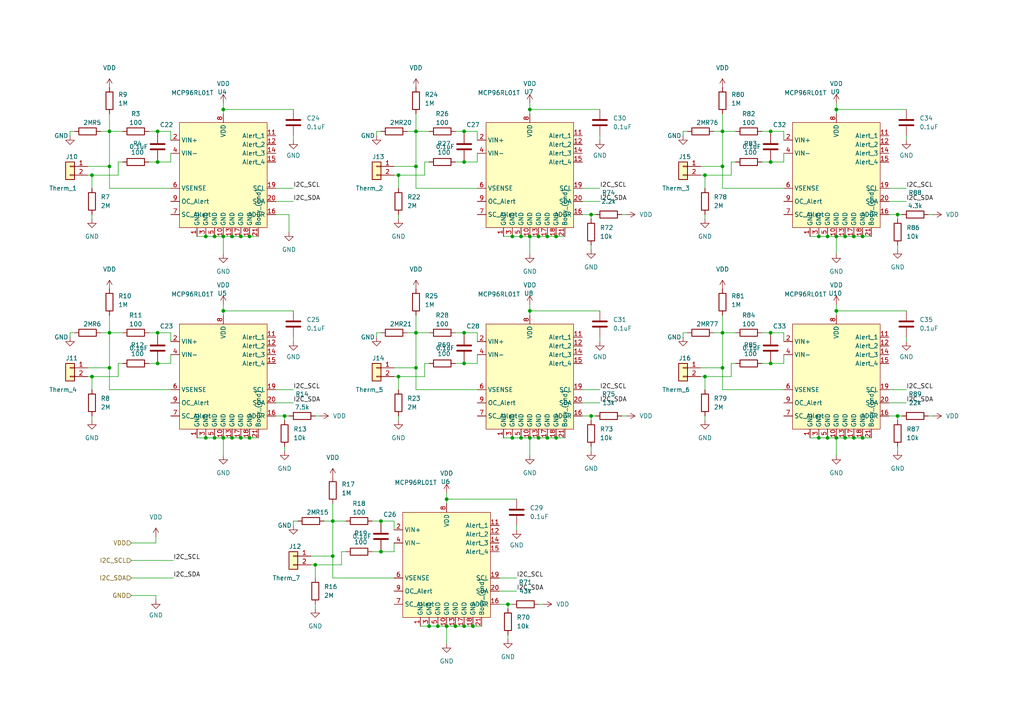
<source format=kicad_sch>
(kicad_sch (version 20210621) (generator eeschema)
  (paper "A4")
  (junction (at 26.67 50.8))
  (junction (at 26.67 109.22))
  (junction (at 31.75 38.1))
  (junction (at 31.75 48.26))
  (junction (at 31.75 96.52))
  (junction (at 31.75 106.68))
  (junction (at 45.72 38.1))
  (junction (at 45.72 46.99))
  (junction (at 45.72 96.52))
  (junction (at 45.72 105.41))
  (junction (at 59.69 68.58))
  (junction (at 59.69 127))
  (junction (at 62.23 68.58))
  (junction (at 62.23 127))
  (junction (at 64.77 31.75))
  (junction (at 64.77 68.58))
  (junction (at 64.77 90.17))
  (junction (at 64.77 127))
  (junction (at 67.31 68.58))
  (junction (at 67.31 127))
  (junction (at 69.85 68.58))
  (junction (at 69.85 127))
  (junction (at 72.39 68.58))
  (junction (at 72.39 127))
  (junction (at 82.55 120.65))
  (junction (at 91.44 163.83))
  (junction (at 96.52 151.13))
  (junction (at 96.52 161.29))
  (junction (at 110.49 151.13))
  (junction (at 110.49 160.02))
  (junction (at 115.57 50.8))
  (junction (at 115.57 109.22))
  (junction (at 120.65 38.1))
  (junction (at 120.65 48.26))
  (junction (at 120.65 96.52))
  (junction (at 120.65 106.68))
  (junction (at 124.46 181.61))
  (junction (at 127 181.61))
  (junction (at 129.54 144.78))
  (junction (at 129.54 181.61))
  (junction (at 132.08 181.61))
  (junction (at 134.62 38.1))
  (junction (at 134.62 46.99))
  (junction (at 134.62 96.52))
  (junction (at 134.62 105.41))
  (junction (at 134.62 181.61))
  (junction (at 137.16 181.61))
  (junction (at 147.32 175.26))
  (junction (at 148.59 68.58))
  (junction (at 148.59 127))
  (junction (at 151.13 68.58))
  (junction (at 151.13 127))
  (junction (at 153.67 31.75))
  (junction (at 153.67 68.58))
  (junction (at 153.67 90.17))
  (junction (at 153.67 127))
  (junction (at 156.21 68.58))
  (junction (at 156.21 127))
  (junction (at 158.75 68.58))
  (junction (at 158.75 127))
  (junction (at 161.29 68.58))
  (junction (at 161.29 127))
  (junction (at 171.45 62.23))
  (junction (at 171.45 120.65))
  (junction (at 204.47 50.8))
  (junction (at 204.47 109.22))
  (junction (at 209.55 38.1))
  (junction (at 209.55 48.26))
  (junction (at 209.55 96.52))
  (junction (at 209.55 106.68))
  (junction (at 223.52 38.1))
  (junction (at 223.52 46.99))
  (junction (at 223.52 96.52))
  (junction (at 223.52 105.41))
  (junction (at 237.49 68.58))
  (junction (at 237.49 127))
  (junction (at 240.03 68.58))
  (junction (at 240.03 127))
  (junction (at 242.57 31.75))
  (junction (at 242.57 68.58))
  (junction (at 242.57 90.17))
  (junction (at 242.57 127))
  (junction (at 245.11 68.58))
  (junction (at 245.11 127))
  (junction (at 247.65 68.58))
  (junction (at 247.65 127))
  (junction (at 250.19 68.58))
  (junction (at 250.19 127))
  (junction (at 260.35 62.23))
  (junction (at 260.35 120.65))
  (wire (pts (xy 20.32 38.1) (xy 21.59 38.1)))
  (wire (pts (xy 20.32 39.37) (xy 20.32 38.1)))
  (wire (pts (xy 20.32 96.52) (xy 21.59 96.52)))
  (wire (pts (xy 20.32 97.79) (xy 20.32 96.52)))
  (wire (pts (xy 25.4 48.26) (xy 31.75 48.26)))
  (wire (pts (xy 25.4 50.8) (xy 26.67 50.8)))
  (wire (pts (xy 25.4 106.68) (xy 31.75 106.68)))
  (wire (pts (xy 25.4 109.22) (xy 26.67 109.22)))
  (wire (pts (xy 26.67 50.8) (xy 26.67 54.61)))
  (wire (pts (xy 26.67 50.8) (xy 34.29 50.8)))
  (wire (pts (xy 26.67 62.23) (xy 26.67 63.5)))
  (wire (pts (xy 26.67 109.22) (xy 26.67 113.03)))
  (wire (pts (xy 26.67 109.22) (xy 34.29 109.22)))
  (wire (pts (xy 26.67 120.65) (xy 26.67 121.92)))
  (wire (pts (xy 29.21 38.1) (xy 31.75 38.1)))
  (wire (pts (xy 29.21 96.52) (xy 31.75 96.52)))
  (wire (pts (xy 31.75 33.02) (xy 31.75 38.1)))
  (wire (pts (xy 31.75 38.1) (xy 35.56 38.1)))
  (wire (pts (xy 31.75 48.26) (xy 31.75 38.1)))
  (wire (pts (xy 31.75 48.26) (xy 31.75 54.61)))
  (wire (pts (xy 31.75 54.61) (xy 49.53 54.61)))
  (wire (pts (xy 31.75 91.44) (xy 31.75 96.52)))
  (wire (pts (xy 31.75 96.52) (xy 35.56 96.52)))
  (wire (pts (xy 31.75 106.68) (xy 31.75 96.52)))
  (wire (pts (xy 31.75 106.68) (xy 31.75 113.03)))
  (wire (pts (xy 31.75 113.03) (xy 49.53 113.03)))
  (wire (pts (xy 34.29 46.99) (xy 34.29 50.8)))
  (wire (pts (xy 34.29 105.41) (xy 34.29 109.22)))
  (wire (pts (xy 35.56 46.99) (xy 34.29 46.99)))
  (wire (pts (xy 35.56 105.41) (xy 34.29 105.41)))
  (wire (pts (xy 38.1 157.48) (xy 45.212 157.48)))
  (wire (pts (xy 38.1 162.56) (xy 50.292 162.56)))
  (wire (pts (xy 38.1 167.64) (xy 50.292 167.64)))
  (wire (pts (xy 38.1 172.72) (xy 45.212 172.72)))
  (wire (pts (xy 43.18 38.1) (xy 45.72 38.1)))
  (wire (pts (xy 43.18 46.99) (xy 45.72 46.99)))
  (wire (pts (xy 43.18 96.52) (xy 45.72 96.52)))
  (wire (pts (xy 43.18 105.41) (xy 45.72 105.41)))
  (wire (pts (xy 45.212 155.702) (xy 45.212 157.48)))
  (wire (pts (xy 45.212 172.72) (xy 45.212 173.99)))
  (wire (pts (xy 45.72 38.1) (xy 49.53 38.1)))
  (wire (pts (xy 45.72 38.735) (xy 45.72 38.1)))
  (wire (pts (xy 45.72 46.355) (xy 45.72 46.99)))
  (wire (pts (xy 45.72 46.99) (xy 49.53 46.99)))
  (wire (pts (xy 45.72 96.52) (xy 49.53 96.52)))
  (wire (pts (xy 45.72 97.155) (xy 45.72 96.52)))
  (wire (pts (xy 45.72 104.775) (xy 45.72 105.41)))
  (wire (pts (xy 45.72 105.41) (xy 49.53 105.41)))
  (wire (pts (xy 49.53 38.1) (xy 49.53 40.64)))
  (wire (pts (xy 49.53 44.45) (xy 49.53 46.99)))
  (wire (pts (xy 49.53 96.52) (xy 49.53 99.06)))
  (wire (pts (xy 49.53 102.87) (xy 49.53 105.41)))
  (wire (pts (xy 57.15 68.58) (xy 59.69 68.58)))
  (wire (pts (xy 57.15 127) (xy 59.69 127)))
  (wire (pts (xy 59.69 68.58) (xy 62.23 68.58)))
  (wire (pts (xy 59.69 127) (xy 62.23 127)))
  (wire (pts (xy 62.23 68.58) (xy 64.77 68.58)))
  (wire (pts (xy 62.23 127) (xy 64.77 127)))
  (wire (pts (xy 64.77 29.972) (xy 64.77 31.75)))
  (wire (pts (xy 64.77 31.75) (xy 64.77 33.02)))
  (wire (pts (xy 64.77 31.75) (xy 85.09 31.75)))
  (wire (pts (xy 64.77 68.58) (xy 64.77 73.66)))
  (wire (pts (xy 64.77 68.58) (xy 67.31 68.58)))
  (wire (pts (xy 64.77 88.392) (xy 64.77 90.17)))
  (wire (pts (xy 64.77 90.17) (xy 64.77 91.44)))
  (wire (pts (xy 64.77 90.17) (xy 85.09 90.17)))
  (wire (pts (xy 64.77 127) (xy 64.77 132.08)))
  (wire (pts (xy 64.77 127) (xy 67.31 127)))
  (wire (pts (xy 67.31 68.58) (xy 69.85 68.58)))
  (wire (pts (xy 67.31 127) (xy 69.85 127)))
  (wire (pts (xy 69.85 68.58) (xy 72.39 68.58)))
  (wire (pts (xy 69.85 127) (xy 72.39 127)))
  (wire (pts (xy 72.39 68.58) (xy 74.93 68.58)))
  (wire (pts (xy 72.39 127) (xy 74.93 127)))
  (wire (pts (xy 80.01 54.61) (xy 85.09 54.61)))
  (wire (pts (xy 80.01 58.42) (xy 85.09 58.42)))
  (wire (pts (xy 80.01 62.23) (xy 83.82 62.23)))
  (wire (pts (xy 80.01 113.03) (xy 85.09 113.03)))
  (wire (pts (xy 80.01 116.84) (xy 85.09 116.84)))
  (wire (pts (xy 80.01 120.65) (xy 82.55 120.65)))
  (wire (pts (xy 82.55 120.65) (xy 82.55 121.92)))
  (wire (pts (xy 82.55 120.65) (xy 83.82 120.65)))
  (wire (pts (xy 82.55 129.54) (xy 82.55 130.81)))
  (wire (pts (xy 83.82 62.23) (xy 83.82 67.31)))
  (wire (pts (xy 85.09 39.37) (xy 85.09 40.64)))
  (wire (pts (xy 85.09 97.79) (xy 85.09 99.06)))
  (wire (pts (xy 85.09 151.13) (xy 86.36 151.13)))
  (wire (pts (xy 85.09 152.4) (xy 85.09 151.13)))
  (wire (pts (xy 90.17 161.29) (xy 96.52 161.29)))
  (wire (pts (xy 90.17 163.83) (xy 91.44 163.83)))
  (wire (pts (xy 91.44 120.65) (xy 92.71 120.65)))
  (wire (pts (xy 91.44 163.83) (xy 91.44 167.64)))
  (wire (pts (xy 91.44 163.83) (xy 99.06 163.83)))
  (wire (pts (xy 91.44 175.26) (xy 91.44 176.53)))
  (wire (pts (xy 93.98 151.13) (xy 96.52 151.13)))
  (wire (pts (xy 96.52 146.05) (xy 96.52 151.13)))
  (wire (pts (xy 96.52 151.13) (xy 100.33 151.13)))
  (wire (pts (xy 96.52 161.29) (xy 96.52 151.13)))
  (wire (pts (xy 96.52 161.29) (xy 96.52 167.64)))
  (wire (pts (xy 96.52 167.64) (xy 114.3 167.64)))
  (wire (pts (xy 99.06 160.02) (xy 99.06 163.83)))
  (wire (pts (xy 100.33 160.02) (xy 99.06 160.02)))
  (wire (pts (xy 107.95 151.13) (xy 110.49 151.13)))
  (wire (pts (xy 107.95 160.02) (xy 110.49 160.02)))
  (wire (pts (xy 109.22 38.1) (xy 110.49 38.1)))
  (wire (pts (xy 109.22 39.37) (xy 109.22 38.1)))
  (wire (pts (xy 109.22 96.52) (xy 110.49 96.52)))
  (wire (pts (xy 109.22 97.79) (xy 109.22 96.52)))
  (wire (pts (xy 110.49 151.13) (xy 114.3 151.13)))
  (wire (pts (xy 110.49 151.765) (xy 110.49 151.13)))
  (wire (pts (xy 110.49 159.385) (xy 110.49 160.02)))
  (wire (pts (xy 110.49 160.02) (xy 114.3 160.02)))
  (wire (pts (xy 114.3 48.26) (xy 120.65 48.26)))
  (wire (pts (xy 114.3 50.8) (xy 115.57 50.8)))
  (wire (pts (xy 114.3 106.68) (xy 120.65 106.68)))
  (wire (pts (xy 114.3 109.22) (xy 115.57 109.22)))
  (wire (pts (xy 114.3 151.13) (xy 114.3 153.67)))
  (wire (pts (xy 114.3 157.48) (xy 114.3 160.02)))
  (wire (pts (xy 115.57 50.8) (xy 115.57 54.61)))
  (wire (pts (xy 115.57 50.8) (xy 123.19 50.8)))
  (wire (pts (xy 115.57 62.23) (xy 115.57 63.5)))
  (wire (pts (xy 115.57 109.22) (xy 115.57 113.03)))
  (wire (pts (xy 115.57 109.22) (xy 123.19 109.22)))
  (wire (pts (xy 115.57 120.65) (xy 115.57 121.92)))
  (wire (pts (xy 118.11 38.1) (xy 120.65 38.1)))
  (wire (pts (xy 118.11 96.52) (xy 120.65 96.52)))
  (wire (pts (xy 120.65 33.02) (xy 120.65 38.1)))
  (wire (pts (xy 120.65 38.1) (xy 124.46 38.1)))
  (wire (pts (xy 120.65 48.26) (xy 120.65 38.1)))
  (wire (pts (xy 120.65 48.26) (xy 120.65 54.61)))
  (wire (pts (xy 120.65 54.61) (xy 138.43 54.61)))
  (wire (pts (xy 120.65 91.44) (xy 120.65 96.52)))
  (wire (pts (xy 120.65 96.52) (xy 124.46 96.52)))
  (wire (pts (xy 120.65 106.68) (xy 120.65 96.52)))
  (wire (pts (xy 120.65 106.68) (xy 120.65 113.03)))
  (wire (pts (xy 120.65 113.03) (xy 138.43 113.03)))
  (wire (pts (xy 121.92 181.61) (xy 124.46 181.61)))
  (wire (pts (xy 123.19 46.99) (xy 123.19 50.8)))
  (wire (pts (xy 123.19 105.41) (xy 123.19 109.22)))
  (wire (pts (xy 124.46 46.99) (xy 123.19 46.99)))
  (wire (pts (xy 124.46 105.41) (xy 123.19 105.41)))
  (wire (pts (xy 124.46 181.61) (xy 127 181.61)))
  (wire (pts (xy 127 181.61) (xy 129.54 181.61)))
  (wire (pts (xy 129.54 143.002) (xy 129.54 144.78)))
  (wire (pts (xy 129.54 144.78) (xy 129.54 146.05)))
  (wire (pts (xy 129.54 144.78) (xy 149.86 144.78)))
  (wire (pts (xy 129.54 181.61) (xy 129.54 186.69)))
  (wire (pts (xy 129.54 181.61) (xy 132.08 181.61)))
  (wire (pts (xy 132.08 38.1) (xy 134.62 38.1)))
  (wire (pts (xy 132.08 46.99) (xy 134.62 46.99)))
  (wire (pts (xy 132.08 96.52) (xy 134.62 96.52)))
  (wire (pts (xy 132.08 105.41) (xy 134.62 105.41)))
  (wire (pts (xy 132.08 181.61) (xy 134.62 181.61)))
  (wire (pts (xy 134.62 38.1) (xy 138.43 38.1)))
  (wire (pts (xy 134.62 38.735) (xy 134.62 38.1)))
  (wire (pts (xy 134.62 46.355) (xy 134.62 46.99)))
  (wire (pts (xy 134.62 46.99) (xy 138.43 46.99)))
  (wire (pts (xy 134.62 96.52) (xy 138.43 96.52)))
  (wire (pts (xy 134.62 97.155) (xy 134.62 96.52)))
  (wire (pts (xy 134.62 104.775) (xy 134.62 105.41)))
  (wire (pts (xy 134.62 105.41) (xy 138.43 105.41)))
  (wire (pts (xy 134.62 181.61) (xy 137.16 181.61)))
  (wire (pts (xy 137.16 181.61) (xy 139.7 181.61)))
  (wire (pts (xy 138.43 38.1) (xy 138.43 40.64)))
  (wire (pts (xy 138.43 44.45) (xy 138.43 46.99)))
  (wire (pts (xy 138.43 96.52) (xy 138.43 99.06)))
  (wire (pts (xy 138.43 102.87) (xy 138.43 105.41)))
  (wire (pts (xy 144.78 167.64) (xy 149.86 167.64)))
  (wire (pts (xy 144.78 171.45) (xy 149.86 171.45)))
  (wire (pts (xy 144.78 175.26) (xy 147.32 175.26)))
  (wire (pts (xy 146.05 68.58) (xy 148.59 68.58)))
  (wire (pts (xy 146.05 127) (xy 148.59 127)))
  (wire (pts (xy 147.32 175.26) (xy 147.32 176.53)))
  (wire (pts (xy 147.32 175.26) (xy 148.59 175.26)))
  (wire (pts (xy 147.32 184.15) (xy 147.32 185.42)))
  (wire (pts (xy 148.59 68.58) (xy 151.13 68.58)))
  (wire (pts (xy 148.59 127) (xy 151.13 127)))
  (wire (pts (xy 149.86 152.4) (xy 149.86 153.67)))
  (wire (pts (xy 151.13 68.58) (xy 153.67 68.58)))
  (wire (pts (xy 151.13 127) (xy 153.67 127)))
  (wire (pts (xy 153.67 29.972) (xy 153.67 31.75)))
  (wire (pts (xy 153.67 31.75) (xy 153.67 33.02)))
  (wire (pts (xy 153.67 31.75) (xy 173.99 31.75)))
  (wire (pts (xy 153.67 68.58) (xy 153.67 73.66)))
  (wire (pts (xy 153.67 68.58) (xy 156.21 68.58)))
  (wire (pts (xy 153.67 88.392) (xy 153.67 90.17)))
  (wire (pts (xy 153.67 90.17) (xy 153.67 91.44)))
  (wire (pts (xy 153.67 90.17) (xy 173.99 90.17)))
  (wire (pts (xy 153.67 127) (xy 153.67 132.08)))
  (wire (pts (xy 153.67 127) (xy 156.21 127)))
  (wire (pts (xy 156.21 68.58) (xy 158.75 68.58)))
  (wire (pts (xy 156.21 127) (xy 158.75 127)))
  (wire (pts (xy 156.21 175.26) (xy 157.48 175.26)))
  (wire (pts (xy 158.75 68.58) (xy 161.29 68.58)))
  (wire (pts (xy 158.75 127) (xy 161.29 127)))
  (wire (pts (xy 161.29 68.58) (xy 163.83 68.58)))
  (wire (pts (xy 161.29 127) (xy 163.83 127)))
  (wire (pts (xy 168.91 54.61) (xy 173.99 54.61)))
  (wire (pts (xy 168.91 58.42) (xy 173.99 58.42)))
  (wire (pts (xy 168.91 62.23) (xy 171.45 62.23)))
  (wire (pts (xy 168.91 113.03) (xy 173.99 113.03)))
  (wire (pts (xy 168.91 116.84) (xy 173.99 116.84)))
  (wire (pts (xy 168.91 120.65) (xy 171.45 120.65)))
  (wire (pts (xy 171.45 62.23) (xy 171.45 63.5)))
  (wire (pts (xy 171.45 62.23) (xy 172.72 62.23)))
  (wire (pts (xy 171.45 71.12) (xy 171.45 72.39)))
  (wire (pts (xy 171.45 120.65) (xy 171.45 121.92)))
  (wire (pts (xy 171.45 120.65) (xy 172.72 120.65)))
  (wire (pts (xy 171.45 129.54) (xy 171.45 130.81)))
  (wire (pts (xy 173.99 39.37) (xy 173.99 40.64)))
  (wire (pts (xy 173.99 97.79) (xy 173.99 99.06)))
  (wire (pts (xy 180.34 62.23) (xy 181.61 62.23)))
  (wire (pts (xy 180.34 120.65) (xy 181.61 120.65)))
  (wire (pts (xy 198.12 38.1) (xy 199.39 38.1)))
  (wire (pts (xy 198.12 39.37) (xy 198.12 38.1)))
  (wire (pts (xy 198.12 96.52) (xy 199.39 96.52)))
  (wire (pts (xy 198.12 97.79) (xy 198.12 96.52)))
  (wire (pts (xy 203.2 48.26) (xy 209.55 48.26)))
  (wire (pts (xy 203.2 50.8) (xy 204.47 50.8)))
  (wire (pts (xy 203.2 106.68) (xy 209.55 106.68)))
  (wire (pts (xy 203.2 109.22) (xy 204.47 109.22)))
  (wire (pts (xy 204.47 50.8) (xy 204.47 54.61)))
  (wire (pts (xy 204.47 50.8) (xy 212.09 50.8)))
  (wire (pts (xy 204.47 62.23) (xy 204.47 63.5)))
  (wire (pts (xy 204.47 109.22) (xy 204.47 113.03)))
  (wire (pts (xy 204.47 109.22) (xy 212.09 109.22)))
  (wire (pts (xy 204.47 120.65) (xy 204.47 121.92)))
  (wire (pts (xy 207.01 38.1) (xy 209.55 38.1)))
  (wire (pts (xy 207.01 96.52) (xy 209.55 96.52)))
  (wire (pts (xy 209.55 33.02) (xy 209.55 38.1)))
  (wire (pts (xy 209.55 38.1) (xy 213.36 38.1)))
  (wire (pts (xy 209.55 48.26) (xy 209.55 38.1)))
  (wire (pts (xy 209.55 48.26) (xy 209.55 54.61)))
  (wire (pts (xy 209.55 54.61) (xy 227.33 54.61)))
  (wire (pts (xy 209.55 91.44) (xy 209.55 96.52)))
  (wire (pts (xy 209.55 96.52) (xy 213.36 96.52)))
  (wire (pts (xy 209.55 106.68) (xy 209.55 96.52)))
  (wire (pts (xy 209.55 106.68) (xy 209.55 113.03)))
  (wire (pts (xy 209.55 113.03) (xy 227.33 113.03)))
  (wire (pts (xy 212.09 46.99) (xy 212.09 50.8)))
  (wire (pts (xy 212.09 105.41) (xy 212.09 109.22)))
  (wire (pts (xy 213.36 46.99) (xy 212.09 46.99)))
  (wire (pts (xy 213.36 105.41) (xy 212.09 105.41)))
  (wire (pts (xy 220.98 38.1) (xy 223.52 38.1)))
  (wire (pts (xy 220.98 46.99) (xy 223.52 46.99)))
  (wire (pts (xy 220.98 96.52) (xy 223.52 96.52)))
  (wire (pts (xy 220.98 105.41) (xy 223.52 105.41)))
  (wire (pts (xy 223.52 38.1) (xy 227.33 38.1)))
  (wire (pts (xy 223.52 38.735) (xy 223.52 38.1)))
  (wire (pts (xy 223.52 46.355) (xy 223.52 46.99)))
  (wire (pts (xy 223.52 46.99) (xy 227.33 46.99)))
  (wire (pts (xy 223.52 96.52) (xy 227.33 96.52)))
  (wire (pts (xy 223.52 97.155) (xy 223.52 96.52)))
  (wire (pts (xy 223.52 104.775) (xy 223.52 105.41)))
  (wire (pts (xy 223.52 105.41) (xy 227.33 105.41)))
  (wire (pts (xy 227.33 38.1) (xy 227.33 40.64)))
  (wire (pts (xy 227.33 44.45) (xy 227.33 46.99)))
  (wire (pts (xy 227.33 96.52) (xy 227.33 99.06)))
  (wire (pts (xy 227.33 102.87) (xy 227.33 105.41)))
  (wire (pts (xy 234.95 68.58) (xy 237.49 68.58)))
  (wire (pts (xy 234.95 127) (xy 237.49 127)))
  (wire (pts (xy 237.49 68.58) (xy 240.03 68.58)))
  (wire (pts (xy 237.49 127) (xy 240.03 127)))
  (wire (pts (xy 240.03 68.58) (xy 242.57 68.58)))
  (wire (pts (xy 240.03 127) (xy 242.57 127)))
  (wire (pts (xy 242.57 29.972) (xy 242.57 31.75)))
  (wire (pts (xy 242.57 31.75) (xy 242.57 33.02)))
  (wire (pts (xy 242.57 31.75) (xy 262.89 31.75)))
  (wire (pts (xy 242.57 68.58) (xy 242.57 73.66)))
  (wire (pts (xy 242.57 68.58) (xy 245.11 68.58)))
  (wire (pts (xy 242.57 88.392) (xy 242.57 90.17)))
  (wire (pts (xy 242.57 90.17) (xy 242.57 91.44)))
  (wire (pts (xy 242.57 90.17) (xy 262.89 90.17)))
  (wire (pts (xy 242.57 127) (xy 242.57 132.08)))
  (wire (pts (xy 242.57 127) (xy 245.11 127)))
  (wire (pts (xy 245.11 68.58) (xy 247.65 68.58)))
  (wire (pts (xy 245.11 127) (xy 247.65 127)))
  (wire (pts (xy 247.65 68.58) (xy 250.19 68.58)))
  (wire (pts (xy 247.65 127) (xy 250.19 127)))
  (wire (pts (xy 250.19 68.58) (xy 252.73 68.58)))
  (wire (pts (xy 250.19 127) (xy 252.73 127)))
  (wire (pts (xy 257.81 54.61) (xy 262.89 54.61)))
  (wire (pts (xy 257.81 58.42) (xy 262.89 58.42)))
  (wire (pts (xy 257.81 62.23) (xy 260.35 62.23)))
  (wire (pts (xy 257.81 113.03) (xy 262.89 113.03)))
  (wire (pts (xy 257.81 116.84) (xy 262.89 116.84)))
  (wire (pts (xy 257.81 120.65) (xy 260.35 120.65)))
  (wire (pts (xy 260.35 62.23) (xy 260.35 63.5)))
  (wire (pts (xy 260.35 62.23) (xy 261.62 62.23)))
  (wire (pts (xy 260.35 71.12) (xy 260.35 72.39)))
  (wire (pts (xy 260.35 120.65) (xy 260.35 121.92)))
  (wire (pts (xy 260.35 120.65) (xy 261.62 120.65)))
  (wire (pts (xy 260.35 129.54) (xy 260.35 130.81)))
  (wire (pts (xy 262.89 39.37) (xy 262.89 40.64)))
  (wire (pts (xy 262.89 97.79) (xy 262.89 99.06)))
  (wire (pts (xy 269.24 62.23) (xy 270.51 62.23)))
  (wire (pts (xy 269.24 120.65) (xy 270.51 120.65)))
  (label "I2C_SCL" (at 50.292 162.56 0))
  (label "I2C_SDA" (at 50.292 167.64 0))
  (label "I2C_SCL" (at 85.09 54.61 0))
  (label "I2C_SDA" (at 85.09 58.42 0))
  (label "I2C_SCL" (at 85.09 113.03 0))
  (label "I2C_SDA" (at 85.09 116.84 0))
  (label "I2C_SCL" (at 149.86 167.64 0))
  (label "I2C_SDA" (at 149.86 171.45 0))
  (label "I2C_SCL" (at 173.99 54.61 0))
  (label "I2C_SDA" (at 173.99 58.42 0))
  (label "I2C_SCL" (at 173.99 113.03 0))
  (label "I2C_SDA" (at 173.99 116.84 0))
  (label "I2C_SCL" (at 262.89 54.61 0))
  (label "I2C_SDA" (at 262.89 58.42 0))
  (label "I2C_SCL" (at 262.89 113.03 0))
  (label "I2C_SDA" (at 262.89 116.84 0))
  (hierarchical_label "VDD" (shape input) (at 38.1 157.48 180))
  (hierarchical_label "I2C_SCL" (shape input) (at 38.1 162.56 180))
  (hierarchical_label "I2C_SDA" (shape input) (at 38.1 167.64 180))
  (hierarchical_label "GND" (shape input) (at 38.1 172.72 180))
  (symbol (lib_id "power:VDD") (at 31.75 25.4 0) (unit 1)
    (property "Reference" "#PWR0160" (effects hide))
    (property "Value" "VDD" (at 31.75 19.685 0))
  )
  (symbol (lib_id "power:VDD") (at 31.75 83.82 0) (unit 1)
    (property "Reference" "#PWR0210" (effects hide))
    (property "Value" "VDD" (at 31.75 78.105 0))
  )
  (symbol (lib_id "power:VDD") (at 45.212 155.702 0) (unit 1)
    (property "Reference" "#PWR0165" (effects hide))
    (property "Value" "VDD" (at 45.212 149.987 0))
  )
  (symbol (lib_id "power:VDD") (at 64.77 29.972 0) (unit 1)
    (property "Reference" "#PWR0162" (effects hide))
    (property "Value" "VDD" (at 64.77 24.257 0))
  )
  (symbol (lib_id "power:VDD") (at 64.77 88.392 0) (unit 1)
    (property "Reference" "#PWR0171" (effects hide))
    (property "Value" "VDD" (at 64.77 82.677 0))
  )
  (symbol (lib_id "power:VDD") (at 92.71 120.65 270) (unit 1)
    (property "Reference" "#PWR0154" (effects hide))
    (property "Value" "VDD" (at 96.52 120.6499 90) (effects (justify left)))
  )
  (symbol (lib_id "power:VDD") (at 96.52 138.43 0) (unit 1)
    (property "Reference" "#PWR0157" (effects hide))
    (property "Value" "VDD" (at 96.52 132.715 0))
  )
  (symbol (lib_id "power:VDD") (at 120.65 25.4 0) (unit 1)
    (property "Reference" "#PWR0164" (effects hide))
    (property "Value" "VDD" (at 120.65 19.685 0))
  )
  (symbol (lib_id "power:VDD") (at 120.65 83.82 0) (unit 1)
    (property "Reference" "#PWR0229" (effects hide))
    (property "Value" "VDD" (at 120.65 78.105 0))
  )
  (symbol (lib_id "power:VDD") (at 129.54 143.002 0) (unit 1)
    (property "Reference" "#PWR0217" (effects hide))
    (property "Value" "VDD" (at 129.54 137.287 0))
  )
  (symbol (lib_id "power:VDD") (at 153.67 29.972 0) (unit 1)
    (property "Reference" "#PWR0220" (effects hide))
    (property "Value" "VDD" (at 153.67 24.257 0))
  )
  (symbol (lib_id "power:VDD") (at 153.67 88.392 0) (unit 1)
    (property "Reference" "#PWR0228" (effects hide))
    (property "Value" "VDD" (at 153.67 82.677 0))
  )
  (symbol (lib_id "power:VDD") (at 157.48 175.26 270) (unit 1)
    (property "Reference" "#PWR0216" (effects hide))
    (property "Value" "VDD" (at 161.29 175.2599 90) (effects (justify left)))
  )
  (symbol (lib_id "power:VDD") (at 181.61 62.23 270) (unit 1)
    (property "Reference" "#PWR0145" (effects hide))
    (property "Value" "VDD" (at 185.42 62.2299 90) (effects (justify left)))
  )
  (symbol (lib_id "power:VDD") (at 181.61 120.65 270) (unit 1)
    (property "Reference" "#PWR0224" (effects hide))
    (property "Value" "VDD" (at 185.42 120.6499 90) (effects (justify left)))
  )
  (symbol (lib_id "power:VDD") (at 209.55 25.4 0) (unit 1)
    (property "Reference" "#PWR0138" (effects hide))
    (property "Value" "VDD" (at 209.55 19.685 0))
  )
  (symbol (lib_id "power:VDD") (at 209.55 83.82 0) (unit 1)
    (property "Reference" "#PWR0147" (effects hide))
    (property "Value" "VDD" (at 209.55 78.105 0))
  )
  (symbol (lib_id "power:VDD") (at 242.57 29.972 0) (unit 1)
    (property "Reference" "#PWR0141" (effects hide))
    (property "Value" "VDD" (at 242.57 24.257 0))
  )
  (symbol (lib_id "power:VDD") (at 242.57 88.392 0) (unit 1)
    (property "Reference" "#PWR0149" (effects hide))
    (property "Value" "VDD" (at 242.57 82.677 0))
  )
  (symbol (lib_id "power:VDD") (at 270.51 62.23 270) (unit 1)
    (property "Reference" "#PWR0139" (effects hide))
    (property "Value" "VDD" (at 274.32 62.2299 90) (effects (justify left)))
  )
  (symbol (lib_id "power:VDD") (at 270.51 120.65 270) (unit 1)
    (property "Reference" "#PWR0153" (effects hide))
    (property "Value" "VDD" (at 274.32 120.6499 90) (effects (justify left)))
  )
  (symbol (lib_id "power:GND") (at 20.32 39.37 0) (unit 1)
    (property "Reference" "#PWR0168" (effects hide))
    (property "Value" "GND" (at 17.78 39.37 0))
  )
  (symbol (lib_id "power:GND") (at 20.32 97.79 0) (unit 1)
    (property "Reference" "#PWR0209" (effects hide))
    (property "Value" "GND" (at 17.78 97.79 0))
  )
  (symbol (lib_id "power:GND") (at 26.67 63.5 0) (unit 1)
    (property "Reference" "#PWR0172" (effects hide))
    (property "Value" "GND" (at 26.67 68.58 0))
  )
  (symbol (lib_id "power:GND") (at 26.67 121.92 0) (unit 1)
    (property "Reference" "#PWR0213" (effects hide))
    (property "Value" "GND" (at 26.67 127 0))
  )
  (symbol (lib_id "power:GND") (at 45.212 173.99 0) (unit 1)
    (property "Reference" "#PWR0166" (effects hide))
    (property "Value" "GND" (at 45.212 178.435 0))
  )
  (symbol (lib_id "power:GND") (at 64.77 73.66 0) (unit 1)
    (property "Reference" "#PWR0163" (effects hide))
    (property "Value" "GND" (at 64.77 78.74 0))
  )
  (symbol (lib_id "power:GND") (at 64.77 132.08 0) (unit 1)
    (property "Reference" "#PWR0211" (effects hide))
    (property "Value" "GND" (at 64.77 137.16 0))
  )
  (symbol (lib_id "power:GND") (at 82.55 130.81 0) (unit 1)
    (property "Reference" "#PWR0156" (effects hide))
    (property "Value" "GND" (at 82.55 135.89 0))
  )
  (symbol (lib_id "power:GND") (at 83.82 67.31 0) (unit 1)
    (property "Reference" "#PWR0169" (effects hide))
    (property "Value" "GND" (at 83.82 72.39 0))
  )
  (symbol (lib_id "power:GND") (at 85.09 40.64 0) (unit 1)
    (property "Reference" "#PWR0170" (effects hide))
    (property "Value" "GND" (at 85.09 45.085 0))
  )
  (symbol (lib_id "power:GND") (at 85.09 99.06 0) (unit 1)
    (property "Reference" "#PWR0155" (effects hide))
    (property "Value" "GND" (at 85.09 103.505 0))
  )
  (symbol (lib_id "power:GND") (at 85.09 152.4 0) (unit 1)
    (property "Reference" "#PWR0212" (effects hide))
    (property "Value" "GND" (at 82.55 152.4 0))
  )
  (symbol (lib_id "power:GND") (at 91.44 176.53 0) (unit 1)
    (property "Reference" "#PWR0214" (effects hide))
    (property "Value" "GND" (at 91.44 181.61 0))
  )
  (symbol (lib_id "power:GND") (at 109.22 39.37 0) (unit 1)
    (property "Reference" "#PWR0167" (effects hide))
    (property "Value" "GND" (at 106.68 39.37 0))
  )
  (symbol (lib_id "power:GND") (at 109.22 97.79 0) (unit 1)
    (property "Reference" "#PWR0159" (effects hide))
    (property "Value" "GND" (at 106.68 97.79 0))
  )
  (symbol (lib_id "power:GND") (at 115.57 63.5 0) (unit 1)
    (property "Reference" "#PWR0161" (effects hide))
    (property "Value" "GND" (at 115.57 68.58 0))
  )
  (symbol (lib_id "power:GND") (at 115.57 121.92 0) (unit 1)
    (property "Reference" "#PWR0158" (effects hide))
    (property "Value" "GND" (at 115.57 127 0))
  )
  (symbol (lib_id "power:GND") (at 129.54 186.69 0) (unit 1)
    (property "Reference" "#PWR0219" (effects hide))
    (property "Value" "GND" (at 129.54 191.77 0))
  )
  (symbol (lib_id "power:GND") (at 147.32 185.42 0) (unit 1)
    (property "Reference" "#PWR0215" (effects hide))
    (property "Value" "GND" (at 147.32 190.5 0))
  )
  (symbol (lib_id "power:GND") (at 149.86 153.67 0) (unit 1)
    (property "Reference" "#PWR0218" (effects hide))
    (property "Value" "GND" (at 149.86 158.115 0))
  )
  (symbol (lib_id "power:GND") (at 153.67 73.66 0) (unit 1)
    (property "Reference" "#PWR0227" (effects hide))
    (property "Value" "GND" (at 153.67 78.74 0))
  )
  (symbol (lib_id "power:GND") (at 153.67 132.08 0) (unit 1)
    (property "Reference" "#PWR0221" (effects hide))
    (property "Value" "GND" (at 153.67 137.16 0))
  )
  (symbol (lib_id "power:GND") (at 171.45 72.39 0) (unit 1)
    (property "Reference" "#PWR0146" (effects hide))
    (property "Value" "GND" (at 171.45 77.47 0))
  )
  (symbol (lib_id "power:GND") (at 171.45 130.81 0) (unit 1)
    (property "Reference" "#PWR0223" (effects hide))
    (property "Value" "GND" (at 171.45 135.89 0))
  )
  (symbol (lib_id "power:GND") (at 173.99 40.64 0) (unit 1)
    (property "Reference" "#PWR0143" (effects hide))
    (property "Value" "GND" (at 173.99 45.085 0))
  )
  (symbol (lib_id "power:GND") (at 173.99 99.06 0) (unit 1)
    (property "Reference" "#PWR0222" (effects hide))
    (property "Value" "GND" (at 173.99 103.505 0))
  )
  (symbol (lib_id "power:GND") (at 198.12 39.37 0) (unit 1)
    (property "Reference" "#PWR0137" (effects hide))
    (property "Value" "GND" (at 195.58 39.37 0))
  )
  (symbol (lib_id "power:GND") (at 198.12 97.79 0) (unit 1)
    (property "Reference" "#PWR0226" (effects hide))
    (property "Value" "GND" (at 195.58 97.79 0))
  )
  (symbol (lib_id "power:GND") (at 204.47 63.5 0) (unit 1)
    (property "Reference" "#PWR0144" (effects hide))
    (property "Value" "GND" (at 204.47 68.58 0))
  )
  (symbol (lib_id "power:GND") (at 204.47 121.92 0) (unit 1)
    (property "Reference" "#PWR0225" (effects hide))
    (property "Value" "GND" (at 204.47 127 0))
  )
  (symbol (lib_id "power:GND") (at 242.57 73.66 0) (unit 1)
    (property "Reference" "#PWR0148" (effects hide))
    (property "Value" "GND" (at 242.57 78.74 0))
  )
  (symbol (lib_id "power:GND") (at 242.57 132.08 0) (unit 1)
    (property "Reference" "#PWR0152" (effects hide))
    (property "Value" "GND" (at 242.57 137.16 0))
  )
  (symbol (lib_id "power:GND") (at 260.35 72.39 0) (unit 1)
    (property "Reference" "#PWR0140" (effects hide))
    (property "Value" "GND" (at 260.35 77.47 0))
  )
  (symbol (lib_id "power:GND") (at 260.35 130.81 0) (unit 1)
    (property "Reference" "#PWR0151" (effects hide))
    (property "Value" "GND" (at 260.35 135.89 0))
  )
  (symbol (lib_id "power:GND") (at 262.89 40.64 0) (unit 1)
    (property "Reference" "#PWR0142" (effects hide))
    (property "Value" "GND" (at 262.89 45.085 0))
  )
  (symbol (lib_id "power:GND") (at 262.89 99.06 0) (unit 1)
    (property "Reference" "#PWR0150" (effects hide))
    (property "Value" "GND" (at 262.89 103.505 0))
  )
  (symbol (lib_id "Device:R") (at 25.4 38.1 270) (unit 1)
    (property "Reference" "R5" (at 26.67 35.56 90) (effects (justify left)))
    (property "Value" "2M" (at 24.13 35.56 90) (effects (justify left)))
    (property "Footprint" "Resistor_SMD:R_0603_1608Metric" (effects hide))
  )
  (symbol (lib_id "Device:R") (at 25.4 96.52 270) (unit 1)
    (property "Reference" "R6" (at 26.67 93.98 90) (effects (justify left)))
    (property "Value" "2M" (at 24.13 93.98 90) (effects (justify left)))
    (property "Footprint" "Resistor_SMD:R_0603_1608Metric" (effects hide))
  )
  (symbol (lib_id "Device:R") (at 26.67 58.42 0) (unit 1)
    (property "Reference" "R7" (at 29.21 57.15 0) (effects (justify left)))
    (property "Value" "2M" (at 29.21 59.69 0) (effects (justify left)))
    (property "Footprint" "Resistor_SMD:R_0603_1608Metric" (effects hide))
  )
  (symbol (lib_id "Device:R") (at 26.67 116.84 0) (unit 1)
    (property "Reference" "R8" (at 29.21 115.57 0) (effects (justify left)))
    (property "Value" "2M" (at 29.21 118.11 0) (effects (justify left)))
    (property "Footprint" "Resistor_SMD:R_0603_1608Metric" (effects hide))
  )
  (symbol (lib_id "Device:R") (at 31.75 29.21 0) (unit 1)
    (property "Reference" "R9" (at 34.29 27.432 0) (effects (justify left)))
    (property "Value" "1M" (at 34.29 29.972 0) (effects (justify left)))
    (property "Footprint" "Resistor_SMD:R_0603_1608Metric" (effects hide))
  )
  (symbol (lib_id "Device:R") (at 31.75 87.63 0) (unit 1)
    (property "Reference" "R10" (at 34.29 85.852 0) (effects (justify left)))
    (property "Value" "1M" (at 34.29 88.392 0) (effects (justify left)))
    (property "Footprint" "Resistor_SMD:R_0603_1608Metric" (effects hide))
  )
  (symbol (lib_id "Device:R") (at 39.37 38.1 90) (unit 1)
    (property "Reference" "R3" (at 39.37 33.02 90))
    (property "Value" "100" (at 39.37 35.56 90))
    (property "Footprint" "Resistor_SMD:R_0603_1608Metric" (effects hide))
  )
  (symbol (lib_id "Device:R") (at 39.37 46.99 90) (unit 1)
    (property "Reference" "R4" (at 39.878 41.656 90))
    (property "Value" "100" (at 39.878 44.196 90))
    (property "Footprint" "Resistor_SMD:R_0603_1608Metric" (effects hide))
  )
  (symbol (lib_id "Device:R") (at 39.37 96.52 90) (unit 1)
    (property "Reference" "R11" (at 39.37 91.44 90))
    (property "Value" "100" (at 39.37 93.98 90))
    (property "Footprint" "Resistor_SMD:R_0603_1608Metric" (effects hide))
  )
  (symbol (lib_id "Device:R") (at 39.37 105.41 90) (unit 1)
    (property "Reference" "R12" (at 39.878 100.076 90))
    (property "Value" "100" (at 39.878 102.616 90))
    (property "Footprint" "Resistor_SMD:R_0603_1608Metric" (effects hide))
  )
  (symbol (lib_id "Device:R") (at 82.55 125.73 0) (unit 1)
    (property "Reference" "R13" (at 85.09 124.4599 0) (effects (justify left)))
    (property "Value" "10k" (at 85.09 126.9999 0) (effects (justify left)))
    (property "Footprint" "Resistor_SMD:R_0603_1608Metric" (effects hide))
  )
  (symbol (lib_id "Device:R") (at 87.63 120.65 90) (unit 1)
    (property "Reference" "R14" (at 87.63 114.3 90))
    (property "Value" "7.5k" (at 87.63 118.11 90))
    (property "Footprint" "Resistor_SMD:R_0603_1608Metric" (effects hide))
  )
  (symbol (lib_id "Device:R") (at 90.17 151.13 270) (unit 1)
    (property "Reference" "R15" (at 91.44 148.59 90) (effects (justify left)))
    (property "Value" "2M" (at 88.9 148.59 90) (effects (justify left)))
    (property "Footprint" "Resistor_SMD:R_0603_1608Metric" (effects hide))
  )
  (symbol (lib_id "Device:R") (at 91.44 171.45 0) (unit 1)
    (property "Reference" "R16" (at 93.98 170.18 0) (effects (justify left)))
    (property "Value" "2M" (at 93.98 172.72 0) (effects (justify left)))
    (property "Footprint" "Resistor_SMD:R_0603_1608Metric" (effects hide))
  )
  (symbol (lib_id "Device:R") (at 96.52 142.24 0) (unit 1)
    (property "Reference" "R17" (at 99.06 140.462 0) (effects (justify left)))
    (property "Value" "1M" (at 99.06 143.002 0) (effects (justify left)))
    (property "Footprint" "Resistor_SMD:R_0603_1608Metric" (effects hide))
  )
  (symbol (lib_id "Device:R") (at 104.14 151.13 90) (unit 1)
    (property "Reference" "R18" (at 104.14 146.05 90))
    (property "Value" "100" (at 104.14 148.59 90))
    (property "Footprint" "Resistor_SMD:R_0603_1608Metric" (effects hide))
  )
  (symbol (lib_id "Device:R") (at 104.14 160.02 90) (unit 1)
    (property "Reference" "R19" (at 104.648 154.686 90))
    (property "Value" "100" (at 104.648 157.226 90))
    (property "Footprint" "Resistor_SMD:R_0603_1608Metric" (effects hide))
  )
  (symbol (lib_id "Device:R") (at 114.3 38.1 270) (unit 1)
    (property "Reference" "R20" (at 115.57 35.56 90) (effects (justify left)))
    (property "Value" "2M" (at 113.03 35.56 90) (effects (justify left)))
    (property "Footprint" "Resistor_SMD:R_0603_1608Metric" (effects hide))
  )
  (symbol (lib_id "Device:R") (at 114.3 96.52 270) (unit 1)
    (property "Reference" "R21" (at 115.57 93.98 90) (effects (justify left)))
    (property "Value" "2M" (at 113.03 93.98 90) (effects (justify left)))
    (property "Footprint" "Resistor_SMD:R_0603_1608Metric" (effects hide))
  )
  (symbol (lib_id "Device:R") (at 115.57 58.42 0) (unit 1)
    (property "Reference" "R22" (at 118.11 57.15 0) (effects (justify left)))
    (property "Value" "2M" (at 118.11 59.69 0) (effects (justify left)))
    (property "Footprint" "Resistor_SMD:R_0603_1608Metric" (effects hide))
  )
  (symbol (lib_id "Device:R") (at 115.57 116.84 0) (unit 1)
    (property "Reference" "R23" (at 118.11 115.57 0) (effects (justify left)))
    (property "Value" "2M" (at 118.11 118.11 0) (effects (justify left)))
    (property "Footprint" "Resistor_SMD:R_0603_1608Metric" (effects hide))
  )
  (symbol (lib_id "Device:R") (at 120.65 29.21 0) (unit 1)
    (property "Reference" "R24" (at 123.19 27.432 0) (effects (justify left)))
    (property "Value" "1M" (at 123.19 29.972 0) (effects (justify left)))
    (property "Footprint" "Resistor_SMD:R_0603_1608Metric" (effects hide))
  )
  (symbol (lib_id "Device:R") (at 120.65 87.63 0) (unit 1)
    (property "Reference" "R25" (at 123.19 85.852 0) (effects (justify left)))
    (property "Value" "1M" (at 123.19 88.392 0) (effects (justify left)))
    (property "Footprint" "Resistor_SMD:R_0603_1608Metric" (effects hide))
  )
  (symbol (lib_id "Device:R") (at 128.27 38.1 90) (unit 1)
    (property "Reference" "R26" (at 128.27 33.02 90))
    (property "Value" "100" (at 128.27 35.56 90))
    (property "Footprint" "Resistor_SMD:R_0603_1608Metric" (effects hide))
  )
  (symbol (lib_id "Device:R") (at 128.27 46.99 90) (unit 1)
    (property "Reference" "R27" (at 128.778 41.656 90))
    (property "Value" "100" (at 128.778 44.196 90))
    (property "Footprint" "Resistor_SMD:R_0603_1608Metric" (effects hide))
  )
  (symbol (lib_id "Device:R") (at 128.27 96.52 90) (unit 1)
    (property "Reference" "R28" (at 128.27 91.44 90))
    (property "Value" "100" (at 128.27 93.98 90))
    (property "Footprint" "Resistor_SMD:R_0603_1608Metric" (effects hide))
  )
  (symbol (lib_id "Device:R") (at 128.27 105.41 90) (unit 1)
    (property "Reference" "R69" (at 128.778 100.076 90))
    (property "Value" "100" (at 128.778 102.616 90))
    (property "Footprint" "Resistor_SMD:R_0603_1608Metric" (effects hide))
  )
  (symbol (lib_id "Device:R") (at 147.32 180.34 0) (unit 1)
    (property "Reference" "R70" (at 149.86 179.0699 0) (effects (justify left)))
    (property "Value" "10k" (at 149.86 181.6099 0) (effects (justify left)))
    (property "Footprint" "Resistor_SMD:R_0603_1608Metric" (effects hide))
  )
  (symbol (lib_id "Device:R") (at 152.4 175.26 90) (unit 1)
    (property "Reference" "R71" (at 152.4 168.91 90))
    (property "Value" "43k" (at 152.4 171.45 90))
    (property "Footprint" "Resistor_SMD:R_0603_1608Metric" (effects hide))
  )
  (symbol (lib_id "Device:R") (at 171.45 67.31 0) (unit 1)
    (property "Reference" "R72" (at 173.99 66.0399 0) (effects (justify left)))
    (property "Value" "10k" (at 173.99 68.5799 0) (effects (justify left)))
    (property "Footprint" "Resistor_SMD:R_0603_1608Metric" (effects hide))
  )
  (symbol (lib_id "Device:R") (at 171.45 125.73 0) (unit 1)
    (property "Reference" "R73" (at 173.99 124.4599 0) (effects (justify left)))
    (property "Value" "10k" (at 173.99 126.9999 0) (effects (justify left)))
    (property "Footprint" "Resistor_SMD:R_0603_1608Metric" (effects hide))
  )
  (symbol (lib_id "Device:R") (at 176.53 62.23 90) (unit 1)
    (property "Reference" "R74" (at 176.53 55.88 90))
    (property "Value" "2.2k" (at 176.53 58.42 90))
    (property "Footprint" "Resistor_SMD:R_0603_1608Metric" (effects hide))
  )
  (symbol (lib_id "Device:R") (at 176.53 120.65 90) (unit 1)
    (property "Reference" "R75" (at 176.53 114.3 90))
    (property "Value" "13k" (at 176.53 116.84 90))
    (property "Footprint" "Resistor_SMD:R_0603_1608Metric" (effects hide))
  )
  (symbol (lib_id "Device:R") (at 203.2 38.1 270) (unit 1)
    (property "Reference" "R76" (at 204.47 35.56 90) (effects (justify left)))
    (property "Value" "2M" (at 201.93 35.56 90) (effects (justify left)))
    (property "Footprint" "Resistor_SMD:R_0603_1608Metric" (effects hide))
  )
  (symbol (lib_id "Device:R") (at 203.2 96.52 270) (unit 1)
    (property "Reference" "R77" (at 204.47 93.98 90) (effects (justify left)))
    (property "Value" "2M" (at 201.93 93.98 90) (effects (justify left)))
    (property "Footprint" "Resistor_SMD:R_0603_1608Metric" (effects hide))
  )
  (symbol (lib_id "Device:R") (at 204.47 58.42 0) (unit 1)
    (property "Reference" "R78" (at 207.01 57.15 0) (effects (justify left)))
    (property "Value" "2M" (at 207.01 59.69 0) (effects (justify left)))
    (property "Footprint" "Resistor_SMD:R_0603_1608Metric" (effects hide))
  )
  (symbol (lib_id "Device:R") (at 204.47 116.84 0) (unit 1)
    (property "Reference" "R79" (at 207.01 115.57 0) (effects (justify left)))
    (property "Value" "2M" (at 207.01 118.11 0) (effects (justify left)))
    (property "Footprint" "Resistor_SMD:R_0603_1608Metric" (effects hide))
  )
  (symbol (lib_id "Device:R") (at 209.55 29.21 0) (unit 1)
    (property "Reference" "R80" (at 212.09 27.432 0) (effects (justify left)))
    (property "Value" "1M" (at 212.09 29.972 0) (effects (justify left)))
    (property "Footprint" "Resistor_SMD:R_0603_1608Metric" (effects hide))
  )
  (symbol (lib_id "Device:R") (at 209.55 87.63 0) (unit 1)
    (property "Reference" "R81" (at 212.09 85.852 0) (effects (justify left)))
    (property "Value" "1M" (at 212.09 88.392 0) (effects (justify left)))
    (property "Footprint" "Resistor_SMD:R_0603_1608Metric" (effects hide))
  )
  (symbol (lib_id "Device:R") (at 217.17 38.1 90) (unit 1)
    (property "Reference" "R82" (at 217.17 33.02 90))
    (property "Value" "100" (at 217.17 35.56 90))
    (property "Footprint" "Resistor_SMD:R_0603_1608Metric" (effects hide))
  )
  (symbol (lib_id "Device:R") (at 217.17 46.99 90) (unit 1)
    (property "Reference" "R83" (at 217.678 41.656 90))
    (property "Value" "100" (at 217.678 44.196 90))
    (property "Footprint" "Resistor_SMD:R_0603_1608Metric" (effects hide))
  )
  (symbol (lib_id "Device:R") (at 217.17 96.52 90) (unit 1)
    (property "Reference" "R84" (at 217.17 91.44 90))
    (property "Value" "100" (at 217.17 93.98 90))
    (property "Footprint" "Resistor_SMD:R_0603_1608Metric" (effects hide))
  )
  (symbol (lib_id "Device:R") (at 217.17 105.41 90) (unit 1)
    (property "Reference" "R85" (at 217.678 100.076 90))
    (property "Value" "100" (at 217.678 102.616 90))
    (property "Footprint" "Resistor_SMD:R_0603_1608Metric" (effects hide))
  )
  (symbol (lib_id "Device:R") (at 260.35 67.31 0) (unit 1)
    (property "Reference" "R86" (at 262.89 66.0399 0) (effects (justify left)))
    (property "Value" "10k" (at 262.89 68.5799 0) (effects (justify left)))
    (property "Footprint" "Resistor_SMD:R_0603_1608Metric" (effects hide))
  )
  (symbol (lib_id "Device:R") (at 260.35 125.73 0) (unit 1)
    (property "Reference" "R87" (at 262.89 124.4599 0) (effects (justify left)))
    (property "Value" "10k" (at 262.89 126.9999 0) (effects (justify left)))
    (property "Footprint" "Resistor_SMD:R_0603_1608Metric" (effects hide))
  )
  (symbol (lib_id "Device:R") (at 265.43 62.23 90) (unit 1)
    (property "Reference" "R88" (at 265.43 55.88 90))
    (property "Value" "4.3k" (at 265.43 59.69 90))
    (property "Footprint" "Resistor_SMD:R_0603_1608Metric" (effects hide))
  )
  (symbol (lib_id "Device:R") (at 265.43 120.65 90) (unit 1)
    (property "Reference" "R89" (at 265.43 114.3 90))
    (property "Value" "22k" (at 265.43 116.84 90))
    (property "Footprint" "Resistor_SMD:R_0603_1608Metric" (effects hide))
  )
  (symbol (lib_id "Connector_Generic:Conn_01x02") (at 20.32 48.26 0) (mirror y) (unit 1)
    (property "Reference" "J10" (at 20.828 45.466 0))
    (property "Value" "Therm_1" (at 18.288 54.61 0))
    (property "Footprint" "K_type_thermo_conn_F:K_type_thermo_conn_F" (effects hide))
  )
  (symbol (lib_id "Connector_Generic:Conn_01x02") (at 20.32 106.68 0) (mirror y) (unit 1)
    (property "Reference" "J11" (at 20.828 103.886 0))
    (property "Value" "Therm_4" (at 18.288 113.03 0))
    (property "Footprint" "K_type_thermo_conn_F:K_type_thermo_conn_F" (effects hide))
  )
  (symbol (lib_id "Connector_Generic:Conn_01x02") (at 85.09 161.29 0) (mirror y) (unit 1)
    (property "Reference" "J12" (at 85.598 158.496 0))
    (property "Value" "Therm_7" (at 83.058 167.64 0))
    (property "Footprint" "K_type_thermo_conn_F:K_type_thermo_conn_F" (effects hide))
  )
  (symbol (lib_id "Connector_Generic:Conn_01x02") (at 109.22 48.26 0) (mirror y) (unit 1)
    (property "Reference" "J13" (at 109.728 45.466 0))
    (property "Value" "Therm_2" (at 107.188 54.61 0))
    (property "Footprint" "K_type_thermo_conn_F:K_type_thermo_conn_F" (effects hide))
  )
  (symbol (lib_id "Connector_Generic:Conn_01x02") (at 109.22 106.68 0) (mirror y) (unit 1)
    (property "Reference" "J14" (at 109.728 103.886 0))
    (property "Value" "Therm_5" (at 107.188 113.03 0))
    (property "Footprint" "K_type_thermo_conn_F:K_type_thermo_conn_F" (effects hide))
  )
  (symbol (lib_id "Connector_Generic:Conn_01x02") (at 198.12 48.26 0) (mirror y) (unit 1)
    (property "Reference" "J15" (at 198.628 45.466 0))
    (property "Value" "Therm_3" (at 196.088 54.61 0))
    (property "Footprint" "K_type_thermo_conn_F:K_type_thermo_conn_F" (effects hide))
  )
  (symbol (lib_id "Connector_Generic:Conn_01x02") (at 198.12 106.68 0) (mirror y) (unit 1)
    (property "Reference" "J16" (at 198.628 103.886 0))
    (property "Value" "Therm_6" (at 196.088 113.03 0))
    (property "Footprint" "K_type_thermo_conn_F:K_type_thermo_conn_F" (effects hide))
  )
  (symbol (lib_id "Device:C") (at 45.72 42.545 0) (unit 1)
    (property "Reference" "C22" (at 46.355 36.1949 0) (effects (justify left)))
    (property "Value" "0.1uF" (at 37.465 42.5449 0) (effects (justify left)))
    (property "Footprint" "Capacitor_SMD:C_0603_1608Metric" (effects hide))
  )
  (symbol (lib_id "Device:C") (at 45.72 100.965 0) (unit 1)
    (property "Reference" "C23" (at 46.355 94.6149 0) (effects (justify left)))
    (property "Value" "0.1uF" (at 37.465 100.9649 0) (effects (justify left)))
    (property "Footprint" "Capacitor_SMD:C_0603_1608Metric" (effects hide))
  )
  (symbol (lib_id "Device:C") (at 85.09 35.56 0) (unit 1)
    (property "Reference" "C24" (at 88.9 34.2899 0) (effects (justify left)))
    (property "Value" "0.1uF" (at 88.9 36.8299 0) (effects (justify left)))
    (property "Footprint" "Capacitor_SMD:C_0603_1608Metric" (effects hide))
    (property "type" "ceramic HF, 0.1uf to 1 uf" (effects hide))
  )
  (symbol (lib_id "Device:C") (at 85.09 93.98 0) (unit 1)
    (property "Reference" "C25" (at 88.9 92.7099 0) (effects (justify left)))
    (property "Value" "0.1uF" (at 88.9 95.2499 0) (effects (justify left)))
    (property "Footprint" "Capacitor_SMD:C_0603_1608Metric" (effects hide))
    (property "type" "ceramic HF, 0.1uf to 1 uf" (effects hide))
  )
  (symbol (lib_id "Device:C") (at 110.49 155.575 0) (unit 1)
    (property "Reference" "C26" (at 111.125 149.2249 0) (effects (justify left)))
    (property "Value" "0.1uF" (at 102.235 155.5749 0) (effects (justify left)))
    (property "Footprint" "Capacitor_SMD:C_0603_1608Metric" (effects hide))
  )
  (symbol (lib_id "Device:C") (at 134.62 42.545 0) (unit 1)
    (property "Reference" "C27" (at 135.255 36.1949 0) (effects (justify left)))
    (property "Value" "0.1uF" (at 126.365 42.5449 0) (effects (justify left)))
    (property "Footprint" "Capacitor_SMD:C_0603_1608Metric" (effects hide))
  )
  (symbol (lib_id "Device:C") (at 134.62 100.965 0) (unit 1)
    (property "Reference" "C28" (at 135.255 94.6149 0) (effects (justify left)))
    (property "Value" "0.1uF" (at 126.365 100.9649 0) (effects (justify left)))
    (property "Footprint" "Capacitor_SMD:C_0603_1608Metric" (effects hide))
  )
  (symbol (lib_id "Device:C") (at 149.86 148.59 0) (unit 1)
    (property "Reference" "C29" (at 153.67 147.3199 0) (effects (justify left)))
    (property "Value" "0.1uF" (at 153.67 149.8599 0) (effects (justify left)))
    (property "Footprint" "Capacitor_SMD:C_0603_1608Metric" (effects hide))
    (property "type" "ceramic HF, 0.1uf to 1 uf" (effects hide))
  )
  (symbol (lib_id "Device:C") (at 173.99 35.56 0) (unit 1)
    (property "Reference" "C30" (at 177.8 34.2899 0) (effects (justify left)))
    (property "Value" "0.1uF" (at 177.8 36.8299 0) (effects (justify left)))
    (property "Footprint" "Capacitor_SMD:C_0603_1608Metric" (effects hide))
    (property "type" "ceramic HF, 0.1uf to 1 uf" (effects hide))
  )
  (symbol (lib_id "Device:C") (at 173.99 93.98 0) (unit 1)
    (property "Reference" "C31" (at 177.8 92.7099 0) (effects (justify left)))
    (property "Value" "0.1uF" (at 177.8 95.2499 0) (effects (justify left)))
    (property "Footprint" "Capacitor_SMD:C_0603_1608Metric" (effects hide))
    (property "type" "ceramic HF, 0.1uf to 1 uf" (effects hide))
  )
  (symbol (lib_id "Device:C") (at 223.52 42.545 0) (unit 1)
    (property "Reference" "C32" (at 224.155 36.1949 0) (effects (justify left)))
    (property "Value" "0.1uF" (at 215.265 42.5449 0) (effects (justify left)))
    (property "Footprint" "Capacitor_SMD:C_0603_1608Metric" (effects hide))
  )
  (symbol (lib_id "Device:C") (at 223.52 100.965 0) (unit 1)
    (property "Reference" "C33" (at 224.155 94.6149 0) (effects (justify left)))
    (property "Value" "0.1uF" (at 215.265 100.9649 0) (effects (justify left)))
    (property "Footprint" "Capacitor_SMD:C_0603_1608Metric" (effects hide))
  )
  (symbol (lib_id "Device:C") (at 262.89 35.56 0) (unit 1)
    (property "Reference" "C34" (at 266.7 34.2899 0) (effects (justify left)))
    (property "Value" "0.1uF" (at 266.7 36.8299 0) (effects (justify left)))
    (property "Footprint" "Capacitor_SMD:C_0603_1608Metric" (effects hide))
    (property "type" "ceramic HF, 0.1uf to 1 uf" (effects hide))
  )
  (symbol (lib_id "Device:C") (at 262.89 93.98 0) (unit 1)
    (property "Reference" "C35" (at 266.7 92.7099 0) (effects (justify left)))
    (property "Value" "0.1uF" (at 266.7 95.2499 0) (effects (justify left)))
    (property "Footprint" "Capacitor_SMD:C_0603_1608Metric" (effects hide))
    (property "type" "ceramic HF, 0.1uf to 1 uf" (effects hide))
  )
  (symbol (lib_name "MCP96RL01T_5") (lib_id "MCP96RL01T:MCP96RL01T") (at 64.77 50.8 0) (unit 1)
    (property "Reference" "U4" (at 64.4525 26.67 0))
    (property "Value" "MCP96RL01T" (at 55.8165 26.924 0))
    (property "Footprint" "MCP96RL01T:MCP96RL01T_QFN" (effects hide))
  )
  (symbol (lib_name "MCP96RL01T_4") (lib_id "MCP96RL01T:MCP96RL01T") (at 64.77 109.22 0) (unit 1)
    (property "Reference" "U5" (at 64.4525 85.09 0))
    (property "Value" "MCP96RL01T" (at 55.8165 85.344 0))
    (property "Footprint" "MCP96RL01T:MCP96RL01T_QFN" (effects hide))
  )
  (symbol (lib_id "MCP96RL01T:MCP96RL01T") (at 129.54 163.83 0) (unit 1)
    (property "Reference" "U6" (at 129.2225 139.7 0))
    (property "Value" "MCP96RL01T" (at 120.5865 139.954 0))
    (property "Footprint" "MCP96RL01T:MCP96RL01T_QFN" (effects hide))
  )
  (symbol (lib_name "MCP96RL01T_2") (lib_id "MCP96RL01T:MCP96RL01T") (at 153.67 50.8 0) (unit 1)
    (property "Reference" "U7" (at 153.3525 26.67 0))
    (property "Value" "MCP96RL01T" (at 144.7165 26.924 0))
    (property "Footprint" "MCP96RL01T:MCP96RL01T_QFN" (effects hide))
  )
  (symbol (lib_name "MCP96RL01T_6") (lib_id "MCP96RL01T:MCP96RL01T") (at 153.67 109.22 0) (unit 1)
    (property "Reference" "U8" (at 153.3525 85.09 0))
    (property "Value" "MCP96RL01T" (at 144.7165 85.344 0))
    (property "Footprint" "MCP96RL01T:MCP96RL01T_QFN" (effects hide))
  )
  (symbol (lib_name "MCP96RL01T_1") (lib_id "MCP96RL01T:MCP96RL01T") (at 242.57 50.8 0) (unit 1)
    (property "Reference" "U9" (at 242.2525 26.67 0))
    (property "Value" "MCP96RL01T" (at 233.6165 26.924 0))
    (property "Footprint" "MCP96RL01T:MCP96RL01T_QFN" (effects hide))
  )
  (symbol (lib_name "MCP96RL01T_3") (lib_id "MCP96RL01T:MCP96RL01T") (at 242.57 109.22 0) (unit 1)
    (property "Reference" "U10" (at 242.2525 85.09 0))
    (property "Value" "MCP96RL01T" (at 233.6165 85.344 0))
    (property "Footprint" "MCP96RL01T:MCP96RL01T_QFN" (effects hide))
  )
)
</source>
